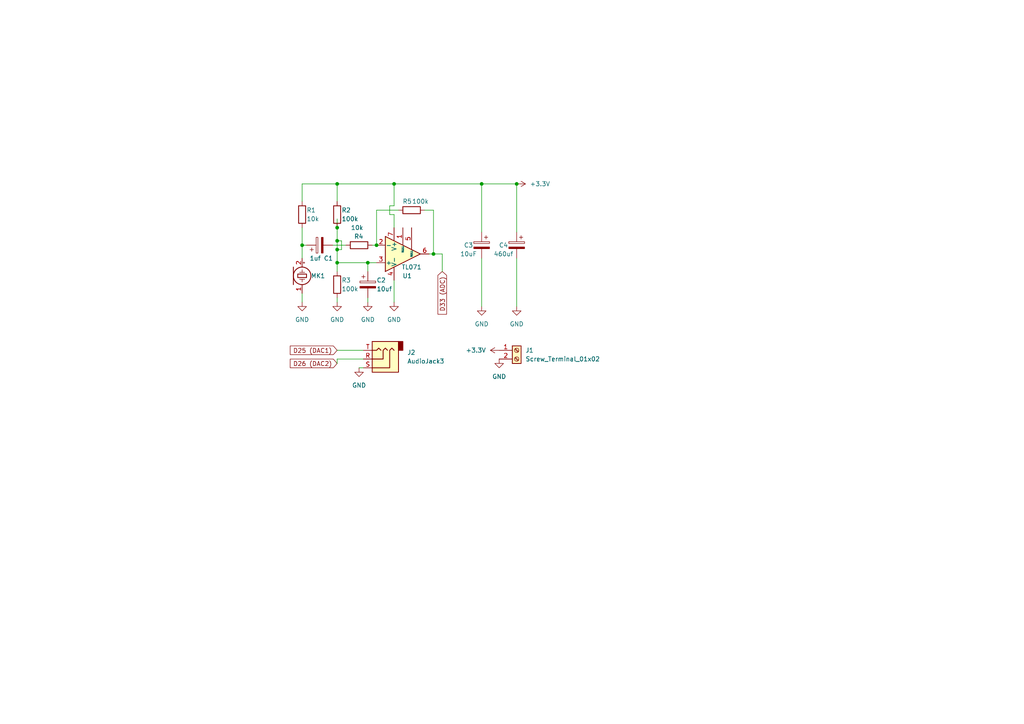
<source format=kicad_sch>
(kicad_sch (version 20230121) (generator eeschema)

  (uuid 3a1454d8-a19a-4c7a-8a96-a790e90932fd)

  (paper "A4")

  (lib_symbols
    (symbol "Amplifier_Operational:TL071" (pin_names (offset 0.127)) (in_bom yes) (on_board yes)
      (property "Reference" "U1" (at 8.89 4.1909 0)
        (effects (font (size 1.27 1.27)))
      )
      (property "Value" "TL071" (at 8.89 1.6509 0)
        (effects (font (size 1.27 1.27)))
      )
      (property "Footprint" "" (at 1.27 1.27 0)
        (effects (font (size 1.27 1.27)) hide)
      )
      (property "Datasheet" "http://www.ti.com/lit/ds/symlink/tl071.pdf" (at 3.81 3.81 0)
        (effects (font (size 1.27 1.27)) hide)
      )
      (property "ki_keywords" "singel opamp" (at 0 0 0)
        (effects (font (size 1.27 1.27)) hide)
      )
      (property "ki_description" "Single Low-Noise JFET-Input Operational Amplifiers, DIP-8/SOIC-8" (at 0 0 0)
        (effects (font (size 1.27 1.27)) hide)
      )
      (property "ki_fp_filters" "SOIC*3.9x4.9mm*P1.27mm* DIP*W7.62mm* TSSOP*3x3mm*P0.65mm*" (at 0 0 0)
        (effects (font (size 1.27 1.27)) hide)
      )
      (symbol "TL071_0_1"
        (polyline
          (pts
            (xy -5.08 5.08)
            (xy 5.08 0)
            (xy -5.08 -5.08)
            (xy -5.08 5.08)
          )
          (stroke (width 0.254) (type default))
          (fill (type background))
        )
      )
      (symbol "TL071_1_1"
        (pin input line (at 0 -7.62 90) (length 5.08)
          (name "NULL" (effects (font (size 0.508 0.508))))
          (number "1" (effects (font (size 1.27 1.27))))
        )
        (pin input line (at -7.62 -2.54 0) (length 2.54)
          (name "-" (effects (font (size 1.27 1.27))))
          (number "2" (effects (font (size 1.27 1.27))))
        )
        (pin input line (at -7.62 2.54 0) (length 2.54)
          (name "+" (effects (font (size 1.27 1.27))))
          (number "3" (effects (font (size 1.27 1.27))))
        )
        (pin power_in line (at -2.54 7.62 270) (length 3.81)
          (name "V-" (effects (font (size 1.27 1.27))))
          (number "4" (effects (font (size 1.27 1.27))))
        )
        (pin input line (at 2.54 -7.62 90) (length 6.35)
          (name "NULL" (effects (font (size 0.508 0.508))))
          (number "5" (effects (font (size 1.27 1.27))))
        )
        (pin output line (at 7.62 0 180) (length 2.54)
          (name "~" (effects (font (size 1.27 1.27))))
          (number "6" (effects (font (size 1.27 1.27))))
        )
        (pin power_in line (at -2.54 -7.62 90) (length 3.81)
          (name "V+" (effects (font (size 1.27 1.27))))
          (number "7" (effects (font (size 1.27 1.27))))
        )
        (pin no_connect line (at 0 2.54 270) (length 2.54) hide
          (name "NC" (effects (font (size 1.27 1.27))))
          (number "8" (effects (font (size 1.27 1.27))))
        )
      )
    )
    (symbol "Connector:Screw_Terminal_01x02" (pin_names (offset 1.016) hide) (in_bom yes) (on_board yes)
      (property "Reference" "J" (at 0 2.54 0)
        (effects (font (size 1.27 1.27)))
      )
      (property "Value" "Screw_Terminal_01x02" (at 0 -5.08 0)
        (effects (font (size 1.27 1.27)))
      )
      (property "Footprint" "" (at 0 0 0)
        (effects (font (size 1.27 1.27)) hide)
      )
      (property "Datasheet" "~" (at 0 0 0)
        (effects (font (size 1.27 1.27)) hide)
      )
      (property "ki_keywords" "screw terminal" (at 0 0 0)
        (effects (font (size 1.27 1.27)) hide)
      )
      (property "ki_description" "Generic screw terminal, single row, 01x02, script generated (kicad-library-utils/schlib/autogen/connector/)" (at 0 0 0)
        (effects (font (size 1.27 1.27)) hide)
      )
      (property "ki_fp_filters" "TerminalBlock*:*" (at 0 0 0)
        (effects (font (size 1.27 1.27)) hide)
      )
      (symbol "Screw_Terminal_01x02_1_1"
        (rectangle (start -1.27 1.27) (end 1.27 -3.81)
          (stroke (width 0.254) (type default))
          (fill (type background))
        )
        (circle (center 0 -2.54) (radius 0.635)
          (stroke (width 0.1524) (type default))
          (fill (type none))
        )
        (polyline
          (pts
            (xy -0.5334 -2.2098)
            (xy 0.3302 -3.048)
          )
          (stroke (width 0.1524) (type default))
          (fill (type none))
        )
        (polyline
          (pts
            (xy -0.5334 0.3302)
            (xy 0.3302 -0.508)
          )
          (stroke (width 0.1524) (type default))
          (fill (type none))
        )
        (polyline
          (pts
            (xy -0.3556 -2.032)
            (xy 0.508 -2.8702)
          )
          (stroke (width 0.1524) (type default))
          (fill (type none))
        )
        (polyline
          (pts
            (xy -0.3556 0.508)
            (xy 0.508 -0.3302)
          )
          (stroke (width 0.1524) (type default))
          (fill (type none))
        )
        (circle (center 0 0) (radius 0.635)
          (stroke (width 0.1524) (type default))
          (fill (type none))
        )
        (pin passive line (at -5.08 0 0) (length 3.81)
          (name "Pin_1" (effects (font (size 1.27 1.27))))
          (number "1" (effects (font (size 1.27 1.27))))
        )
        (pin passive line (at -5.08 -2.54 0) (length 3.81)
          (name "Pin_2" (effects (font (size 1.27 1.27))))
          (number "2" (effects (font (size 1.27 1.27))))
        )
      )
    )
    (symbol "Connector_Audio:AudioJack3" (in_bom yes) (on_board yes)
      (property "Reference" "J" (at 0 8.89 0)
        (effects (font (size 1.27 1.27)))
      )
      (property "Value" "AudioJack3" (at 0 6.35 0)
        (effects (font (size 1.27 1.27)))
      )
      (property "Footprint" "" (at 0 0 0)
        (effects (font (size 1.27 1.27)) hide)
      )
      (property "Datasheet" "~" (at 0 0 0)
        (effects (font (size 1.27 1.27)) hide)
      )
      (property "ki_keywords" "audio jack receptacle stereo headphones phones TRS connector" (at 0 0 0)
        (effects (font (size 1.27 1.27)) hide)
      )
      (property "ki_description" "Audio Jack, 3 Poles (Stereo / TRS)" (at 0 0 0)
        (effects (font (size 1.27 1.27)) hide)
      )
      (property "ki_fp_filters" "Jack*" (at 0 0 0)
        (effects (font (size 1.27 1.27)) hide)
      )
      (symbol "AudioJack3_0_1"
        (rectangle (start -5.08 -5.08) (end -6.35 -2.54)
          (stroke (width 0.254) (type default))
          (fill (type outline))
        )
        (polyline
          (pts
            (xy 0 -2.54)
            (xy 0.635 -3.175)
            (xy 1.27 -2.54)
            (xy 2.54 -2.54)
          )
          (stroke (width 0.254) (type default))
          (fill (type none))
        )
        (polyline
          (pts
            (xy -1.905 -2.54)
            (xy -1.27 -3.175)
            (xy -0.635 -2.54)
            (xy -0.635 0)
            (xy 2.54 0)
          )
          (stroke (width 0.254) (type default))
          (fill (type none))
        )
        (polyline
          (pts
            (xy 2.54 2.54)
            (xy -2.54 2.54)
            (xy -2.54 -2.54)
            (xy -3.175 -3.175)
            (xy -3.81 -2.54)
          )
          (stroke (width 0.254) (type default))
          (fill (type none))
        )
        (rectangle (start 2.54 3.81) (end -5.08 -5.08)
          (stroke (width 0.254) (type default))
          (fill (type background))
        )
      )
      (symbol "AudioJack3_1_1"
        (pin passive line (at 5.08 0 180) (length 2.54)
          (name "~" (effects (font (size 1.27 1.27))))
          (number "R" (effects (font (size 1.27 1.27))))
        )
        (pin passive line (at 5.08 2.54 180) (length 2.54)
          (name "~" (effects (font (size 1.27 1.27))))
          (number "S" (effects (font (size 1.27 1.27))))
        )
        (pin passive line (at 5.08 -2.54 180) (length 2.54)
          (name "~" (effects (font (size 1.27 1.27))))
          (number "T" (effects (font (size 1.27 1.27))))
        )
      )
    )
    (symbol "Device:C_Polarized" (pin_numbers hide) (pin_names (offset 0.254)) (in_bom yes) (on_board yes)
      (property "Reference" "C" (at 0.635 2.54 0)
        (effects (font (size 1.27 1.27)) (justify left))
      )
      (property "Value" "C_Polarized" (at 0.635 -2.54 0)
        (effects (font (size 1.27 1.27)) (justify left))
      )
      (property "Footprint" "" (at 0.9652 -3.81 0)
        (effects (font (size 1.27 1.27)) hide)
      )
      (property "Datasheet" "~" (at 0 0 0)
        (effects (font (size 1.27 1.27)) hide)
      )
      (property "ki_keywords" "cap capacitor" (at 0 0 0)
        (effects (font (size 1.27 1.27)) hide)
      )
      (property "ki_description" "Polarized capacitor" (at 0 0 0)
        (effects (font (size 1.27 1.27)) hide)
      )
      (property "ki_fp_filters" "CP_*" (at 0 0 0)
        (effects (font (size 1.27 1.27)) hide)
      )
      (symbol "C_Polarized_0_1"
        (rectangle (start -2.286 0.508) (end 2.286 1.016)
          (stroke (width 0) (type default))
          (fill (type none))
        )
        (polyline
          (pts
            (xy -1.778 2.286)
            (xy -0.762 2.286)
          )
          (stroke (width 0) (type default))
          (fill (type none))
        )
        (polyline
          (pts
            (xy -1.27 2.794)
            (xy -1.27 1.778)
          )
          (stroke (width 0) (type default))
          (fill (type none))
        )
        (rectangle (start 2.286 -0.508) (end -2.286 -1.016)
          (stroke (width 0) (type default))
          (fill (type outline))
        )
      )
      (symbol "C_Polarized_1_1"
        (pin passive line (at 0 3.81 270) (length 2.794)
          (name "~" (effects (font (size 1.27 1.27))))
          (number "1" (effects (font (size 1.27 1.27))))
        )
        (pin passive line (at 0 -3.81 90) (length 2.794)
          (name "~" (effects (font (size 1.27 1.27))))
          (number "2" (effects (font (size 1.27 1.27))))
        )
      )
    )
    (symbol "Device:Microphone_Crystal" (pin_names (offset 0.0254) hide) (in_bom yes) (on_board yes)
      (property "Reference" "MK" (at -3.81 1.143 0)
        (effects (font (size 1.27 1.27)) (justify right))
      )
      (property "Value" "Microphone_Crystal" (at -3.81 -0.762 0)
        (effects (font (size 1.27 1.27)) (justify right))
      )
      (property "Footprint" "" (at 1.27 -1.778 90)
        (effects (font (size 1.27 1.27)) (justify left) hide)
      )
      (property "Datasheet" "~" (at 0 2.54 90)
        (effects (font (size 1.27 1.27)) hide)
      )
      (property "ki_keywords" "microphone crystal" (at 0 0 0)
        (effects (font (size 1.27 1.27)) hide)
      )
      (property "ki_description" "Crystal microphone" (at 0 0 0)
        (effects (font (size 1.27 1.27)) hide)
      )
      (symbol "Microphone_Crystal_0_1"
        (rectangle (start -1.27 0.508) (end 1.27 -0.508)
          (stroke (width 0.254) (type default))
          (fill (type none))
        )
        (polyline
          (pts
            (xy -2.54 2.54)
            (xy -2.54 -2.54)
          )
          (stroke (width 0.254) (type default))
          (fill (type none))
        )
        (polyline
          (pts
            (xy -0.762 -1.016)
            (xy 0.762 -1.016)
          )
          (stroke (width 0) (type default))
          (fill (type none))
        )
        (polyline
          (pts
            (xy -0.762 1.016)
            (xy 0.762 1.016)
          )
          (stroke (width 0) (type default))
          (fill (type none))
        )
        (polyline
          (pts
            (xy 0 -1.016)
            (xy 0 -1.778)
          )
          (stroke (width 0) (type default))
          (fill (type none))
        )
        (polyline
          (pts
            (xy 0 1.016)
            (xy 0 1.778)
          )
          (stroke (width 0) (type default))
          (fill (type none))
        )
        (polyline
          (pts
            (xy 0.254 3.81)
            (xy 0.762 3.81)
          )
          (stroke (width 0) (type default))
          (fill (type none))
        )
        (polyline
          (pts
            (xy 0.508 4.064)
            (xy 0.508 3.556)
          )
          (stroke (width 0) (type default))
          (fill (type none))
        )
        (circle (center 0 0) (radius 2.54)
          (stroke (width 0.254) (type default))
          (fill (type none))
        )
      )
      (symbol "Microphone_Crystal_1_1"
        (pin passive line (at 0 -5.08 90) (length 2.54)
          (name "-" (effects (font (size 1.27 1.27))))
          (number "1" (effects (font (size 1.27 1.27))))
        )
        (pin passive line (at 0 5.08 270) (length 2.54)
          (name "+" (effects (font (size 1.27 1.27))))
          (number "2" (effects (font (size 1.27 1.27))))
        )
      )
    )
    (symbol "Device:R" (pin_numbers hide) (pin_names (offset 0)) (in_bom yes) (on_board yes)
      (property "Reference" "R" (at 2.032 0 90)
        (effects (font (size 1.27 1.27)))
      )
      (property "Value" "R" (at 0 0 90)
        (effects (font (size 1.27 1.27)))
      )
      (property "Footprint" "" (at -1.778 0 90)
        (effects (font (size 1.27 1.27)) hide)
      )
      (property "Datasheet" "~" (at 0 0 0)
        (effects (font (size 1.27 1.27)) hide)
      )
      (property "ki_keywords" "R res resistor" (at 0 0 0)
        (effects (font (size 1.27 1.27)) hide)
      )
      (property "ki_description" "Resistor" (at 0 0 0)
        (effects (font (size 1.27 1.27)) hide)
      )
      (property "ki_fp_filters" "R_*" (at 0 0 0)
        (effects (font (size 1.27 1.27)) hide)
      )
      (symbol "R_0_1"
        (rectangle (start -1.016 -2.54) (end 1.016 2.54)
          (stroke (width 0.254) (type default))
          (fill (type none))
        )
      )
      (symbol "R_1_1"
        (pin passive line (at 0 3.81 270) (length 1.27)
          (name "~" (effects (font (size 1.27 1.27))))
          (number "1" (effects (font (size 1.27 1.27))))
        )
        (pin passive line (at 0 -3.81 90) (length 1.27)
          (name "~" (effects (font (size 1.27 1.27))))
          (number "2" (effects (font (size 1.27 1.27))))
        )
      )
    )
    (symbol "power:+3.3V" (power) (pin_names (offset 0)) (in_bom yes) (on_board yes)
      (property "Reference" "#PWR" (at 0 -3.81 0)
        (effects (font (size 1.27 1.27)) hide)
      )
      (property "Value" "+3.3V" (at 0 3.556 0)
        (effects (font (size 1.27 1.27)))
      )
      (property "Footprint" "" (at 0 0 0)
        (effects (font (size 1.27 1.27)) hide)
      )
      (property "Datasheet" "" (at 0 0 0)
        (effects (font (size 1.27 1.27)) hide)
      )
      (property "ki_keywords" "global power" (at 0 0 0)
        (effects (font (size 1.27 1.27)) hide)
      )
      (property "ki_description" "Power symbol creates a global label with name \"+3.3V\"" (at 0 0 0)
        (effects (font (size 1.27 1.27)) hide)
      )
      (symbol "+3.3V_0_1"
        (polyline
          (pts
            (xy -0.762 1.27)
            (xy 0 2.54)
          )
          (stroke (width 0) (type default))
          (fill (type none))
        )
        (polyline
          (pts
            (xy 0 0)
            (xy 0 2.54)
          )
          (stroke (width 0) (type default))
          (fill (type none))
        )
        (polyline
          (pts
            (xy 0 2.54)
            (xy 0.762 1.27)
          )
          (stroke (width 0) (type default))
          (fill (type none))
        )
      )
      (symbol "+3.3V_1_1"
        (pin power_in line (at 0 0 90) (length 0) hide
          (name "+3.3V" (effects (font (size 1.27 1.27))))
          (number "1" (effects (font (size 1.27 1.27))))
        )
      )
    )
    (symbol "power:GND" (power) (pin_names (offset 0)) (in_bom yes) (on_board yes)
      (property "Reference" "#PWR" (at 0 -6.35 0)
        (effects (font (size 1.27 1.27)) hide)
      )
      (property "Value" "GND" (at 0 -3.81 0)
        (effects (font (size 1.27 1.27)))
      )
      (property "Footprint" "" (at 0 0 0)
        (effects (font (size 1.27 1.27)) hide)
      )
      (property "Datasheet" "" (at 0 0 0)
        (effects (font (size 1.27 1.27)) hide)
      )
      (property "ki_keywords" "global power" (at 0 0 0)
        (effects (font (size 1.27 1.27)) hide)
      )
      (property "ki_description" "Power symbol creates a global label with name \"GND\" , ground" (at 0 0 0)
        (effects (font (size 1.27 1.27)) hide)
      )
      (symbol "GND_0_1"
        (polyline
          (pts
            (xy 0 0)
            (xy 0 -1.27)
            (xy 1.27 -1.27)
            (xy 0 -2.54)
            (xy -1.27 -1.27)
            (xy 0 -1.27)
          )
          (stroke (width 0) (type default))
          (fill (type none))
        )
      )
      (symbol "GND_1_1"
        (pin power_in line (at 0 0 270) (length 0) hide
          (name "GND" (effects (font (size 1.27 1.27))))
          (number "1" (effects (font (size 1.27 1.27))))
        )
      )
    )
  )

  (junction (at 149.86 53.34) (diameter 0) (color 0 0 0 0)
    (uuid 133bb81b-81fb-4c53-96a0-3c3e691bb7a8)
  )
  (junction (at 87.63 71.12) (diameter 0) (color 0 0 0 0)
    (uuid 2261147b-b73b-4836-9e80-661349b97cc8)
  )
  (junction (at 97.79 53.34) (diameter 0) (color 0 0 0 0)
    (uuid 4b80ace0-d022-4b98-ae32-88a0533cb039)
  )
  (junction (at 97.79 72.39) (diameter 0) (color 0 0 0 0)
    (uuid 59b121f3-ddde-46f0-93dc-745cd8613191)
  )
  (junction (at 109.22 71.12) (diameter 0) (color 0 0 0 0)
    (uuid 5a72d42f-e616-4987-af88-bdc2ebafaeda)
  )
  (junction (at 97.79 66.04) (diameter 0) (color 0 0 0 0)
    (uuid 71475053-71c1-41c9-832e-055bf181a3fd)
  )
  (junction (at 106.68 76.2) (diameter 0) (color 0 0 0 0)
    (uuid 71e7bd7c-0570-4ad3-b6e0-726b3cec5502)
  )
  (junction (at 97.79 76.2) (diameter 0) (color 0 0 0 0)
    (uuid 8453e90c-d941-4758-981e-ebc7ef9062da)
  )
  (junction (at 125.73 73.66) (diameter 0) (color 0 0 0 0)
    (uuid d20f2860-31e5-418c-a6f5-1d3cfb33e275)
  )
  (junction (at 139.7 53.34) (diameter 0) (color 0 0 0 0)
    (uuid d8f10147-4817-41e5-b1f9-2872350230e2)
  )
  (junction (at 97.79 69.85) (diameter 0) (color 0 0 0 0)
    (uuid ef5cab29-0a65-43e2-85a7-7f3d88ba9618)
  )
  (junction (at 114.3 53.34) (diameter 0) (color 0 0 0 0)
    (uuid f3eaa5d5-cd0a-4c33-a328-bebdc87b0e0c)
  )

  (wire (pts (xy 109.22 60.96) (xy 109.22 71.12))
    (stroke (width 0) (type default))
    (uuid 0316e515-2415-4647-b179-85df6e9cec3a)
  )
  (wire (pts (xy 99.06 69.85) (xy 97.79 69.85))
    (stroke (width 0) (type default))
    (uuid 0e01af6e-06ec-4fc8-a311-f799f5f1cbfd)
  )
  (wire (pts (xy 87.63 53.34) (xy 97.79 53.34))
    (stroke (width 0) (type default))
    (uuid 0f9260fc-037c-4504-9882-4e855876fbd6)
  )
  (wire (pts (xy 97.79 66.04) (xy 97.79 69.85))
    (stroke (width 0) (type default))
    (uuid 139864d6-3669-49fd-9302-c3edd92bcfc1)
  )
  (wire (pts (xy 139.7 53.34) (xy 149.86 53.34))
    (stroke (width 0) (type default))
    (uuid 18d82ab8-a39d-4d4a-8555-cd126a18ecca)
  )
  (wire (pts (xy 114.3 66.04) (xy 114.3 62.23))
    (stroke (width 0) (type default))
    (uuid 1e560ae7-0b32-4769-b90f-a9c143159086)
  )
  (wire (pts (xy 149.86 74.93) (xy 149.86 88.9))
    (stroke (width 0) (type default))
    (uuid 2cbaed8b-4f27-418b-b240-4633ac9ab6ca)
  )
  (wire (pts (xy 97.79 76.2) (xy 106.68 76.2))
    (stroke (width 0) (type default))
    (uuid 357a46e5-c8e7-4445-96d9-60e464fd693f)
  )
  (wire (pts (xy 128.27 73.66) (xy 125.73 73.66))
    (stroke (width 0) (type default))
    (uuid 3e6f7690-c65c-41db-b295-5f3d656ff1b9)
  )
  (wire (pts (xy 87.63 71.12) (xy 87.63 74.93))
    (stroke (width 0) (type default))
    (uuid 4c45b73c-7823-44e5-aa23-ff1190db7d0c)
  )
  (wire (pts (xy 115.57 60.96) (xy 109.22 60.96))
    (stroke (width 0) (type default))
    (uuid 4d09d783-fead-4f8c-b6a4-c7bcbbfeed9d)
  )
  (wire (pts (xy 125.73 73.66) (xy 124.46 73.66))
    (stroke (width 0) (type default))
    (uuid 50f09218-c38b-4719-b06c-2ba034c6f3b4)
  )
  (wire (pts (xy 125.73 60.96) (xy 125.73 73.66))
    (stroke (width 0) (type default))
    (uuid 5228a452-8707-40c1-8d23-9cd71599911c)
  )
  (wire (pts (xy 97.79 76.2) (xy 97.79 78.74))
    (stroke (width 0) (type default))
    (uuid 5425d2cd-5125-4d41-a207-ef4b4a844e16)
  )
  (wire (pts (xy 96.52 71.12) (xy 100.33 71.12))
    (stroke (width 0) (type default))
    (uuid 59058e37-33e3-415c-b170-ad5041eca9a1)
  )
  (wire (pts (xy 104.14 106.68) (xy 105.41 106.68))
    (stroke (width 0) (type default))
    (uuid 5ee6961c-fae2-465c-b443-769600460ad2)
  )
  (wire (pts (xy 106.68 86.36) (xy 106.68 87.63))
    (stroke (width 0) (type default))
    (uuid 604bf2a2-fec6-46c2-9220-044b4916648c)
  )
  (wire (pts (xy 97.79 72.39) (xy 99.06 72.39))
    (stroke (width 0) (type default))
    (uuid 64fecde7-6000-4511-a176-e395df515f00)
  )
  (wire (pts (xy 99.06 72.39) (xy 99.06 69.85))
    (stroke (width 0) (type default))
    (uuid 6e155667-53f3-4d70-9335-dbad72f6db5e)
  )
  (wire (pts (xy 139.7 53.34) (xy 139.7 67.31))
    (stroke (width 0) (type default))
    (uuid 6f63e169-8e16-4384-9492-94b14030b635)
  )
  (wire (pts (xy 114.3 53.34) (xy 139.7 53.34))
    (stroke (width 0) (type default))
    (uuid 72f14eff-1d0f-45e2-af0e-6ce58e71a22c)
  )
  (wire (pts (xy 97.79 53.34) (xy 114.3 53.34))
    (stroke (width 0) (type default))
    (uuid 739e0470-550f-4faf-8f9d-c5ab2b61c3e8)
  )
  (wire (pts (xy 114.3 81.28) (xy 114.3 87.63))
    (stroke (width 0) (type default))
    (uuid 7436c17e-4c08-463a-b08f-15cdf0d88713)
  )
  (wire (pts (xy 97.79 101.6) (xy 105.41 101.6))
    (stroke (width 0) (type default))
    (uuid 77b10f41-ee07-40b5-8812-821a156b285c)
  )
  (wire (pts (xy 97.79 105.41) (xy 97.79 104.14))
    (stroke (width 0) (type default))
    (uuid 7d1601d8-6ff9-431d-b081-8c0c8298eb46)
  )
  (wire (pts (xy 128.27 73.66) (xy 128.27 78.74))
    (stroke (width 0) (type default))
    (uuid 827a2a79-8363-4ff6-a4c3-1e3731aec599)
  )
  (wire (pts (xy 123.19 60.96) (xy 125.73 60.96))
    (stroke (width 0) (type default))
    (uuid 83dde357-70d2-44af-81d4-33ad4a94f842)
  )
  (wire (pts (xy 97.79 76.2) (xy 97.79 72.39))
    (stroke (width 0) (type default))
    (uuid 8a858356-4410-41ef-ad11-f3d2dee2418a)
  )
  (wire (pts (xy 106.68 76.2) (xy 106.68 78.74))
    (stroke (width 0) (type default))
    (uuid 8e6b92e2-0c45-47fc-9c56-5538a400bdc7)
  )
  (wire (pts (xy 139.7 74.93) (xy 139.7 88.9))
    (stroke (width 0) (type default))
    (uuid 93674ff2-3901-4f1e-af6b-76649ab55c7b)
  )
  (wire (pts (xy 106.68 76.2) (xy 109.22 76.2))
    (stroke (width 0) (type default))
    (uuid 95ab229f-1625-46f5-96a4-145b8c2ead2d)
  )
  (wire (pts (xy 88.9 71.12) (xy 87.63 71.12))
    (stroke (width 0) (type default))
    (uuid 9cc93cdb-a201-408a-afae-8b8fbef75605)
  )
  (wire (pts (xy 107.95 71.12) (xy 109.22 71.12))
    (stroke (width 0) (type default))
    (uuid a84a7392-0c4c-4706-b315-0fce6f6ae265)
  )
  (wire (pts (xy 114.3 62.23) (xy 113.03 62.23))
    (stroke (width 0) (type default))
    (uuid adf8f5d2-373b-43e7-be34-2dc461219fe1)
  )
  (wire (pts (xy 97.79 104.14) (xy 105.41 104.14))
    (stroke (width 0) (type default))
    (uuid ae3908e0-eba9-462c-a5b9-d9788914250a)
  )
  (wire (pts (xy 97.79 86.36) (xy 97.79 87.63))
    (stroke (width 0) (type default))
    (uuid b3b469c4-4d0c-4c37-9f67-6315103eb60f)
  )
  (wire (pts (xy 114.3 59.69) (xy 114.3 53.34))
    (stroke (width 0) (type default))
    (uuid b57f00ff-e2fd-4c4e-9870-27a85034c75d)
  )
  (wire (pts (xy 97.79 53.34) (xy 97.79 58.42))
    (stroke (width 0) (type default))
    (uuid c19e549a-b626-4f69-a842-30df3ec956a4)
  )
  (wire (pts (xy 87.63 71.12) (xy 87.63 66.04))
    (stroke (width 0) (type default))
    (uuid c3a3152a-f5cc-48fc-ad63-1abbfaf42dea)
  )
  (wire (pts (xy 113.03 62.23) (xy 113.03 59.69))
    (stroke (width 0) (type default))
    (uuid c461a442-fcfd-4dcd-90cc-44c6cfb0021a)
  )
  (wire (pts (xy 87.63 85.09) (xy 87.63 87.63))
    (stroke (width 0) (type default))
    (uuid c6d31db0-9b41-4256-a01c-d9bb80a7e0b6)
  )
  (wire (pts (xy 113.03 59.69) (xy 114.3 59.69))
    (stroke (width 0) (type default))
    (uuid c8aa858a-cdfd-4513-b0e7-95b6b6cc4234)
  )
  (wire (pts (xy 87.63 58.42) (xy 87.63 53.34))
    (stroke (width 0) (type default))
    (uuid c9607ac4-95b4-4fc2-b75e-e23ab192e83d)
  )
  (wire (pts (xy 97.79 69.85) (xy 97.79 72.39))
    (stroke (width 0) (type default))
    (uuid ee84b828-22c1-492b-b505-b0f1f626ddb3)
  )
  (wire (pts (xy 149.86 53.34) (xy 149.86 67.31))
    (stroke (width 0) (type default))
    (uuid ef07a4dd-6cc6-4f7d-a931-82520e181f98)
  )
  (wire (pts (xy 97.79 63.5) (xy 97.79 66.04))
    (stroke (width 0) (type default))
    (uuid fd0e8824-d6ff-4659-9fca-151528fcfdf8)
  )

  (global_label "D25 (DAC1)" (shape input) (at 97.79 101.6 180) (fields_autoplaced)
    (effects (font (size 1.27 1.27)) (justify right))
    (uuid 2472a884-8b66-4195-a911-d3cbbc6fca91)
    (property "Intersheetrefs" "${INTERSHEET_REFS}" (at 83.6167 101.6 0)
      (effects (font (size 1.27 1.27)) (justify right) hide)
    )
  )
  (global_label "D33 (ADC)" (shape input) (at 128.27 78.74 270) (fields_autoplaced)
    (effects (font (size 1.27 1.27)) (justify right))
    (uuid 411478a4-6838-4a41-a134-256ec0802112)
    (property "Intersheetrefs" "${INTERSHEET_REFS}" (at 128.27 91.7038 90)
      (effects (font (size 1.27 1.27)) (justify right) hide)
    )
  )
  (global_label "D26 (DAC2)" (shape input) (at 97.79 105.41 180) (fields_autoplaced)
    (effects (font (size 1.27 1.27)) (justify right))
    (uuid dfde86a9-ca5a-40e6-8ac0-f6fd9a8f774b)
    (property "Intersheetrefs" "${INTERSHEET_REFS}" (at 83.6167 105.41 0)
      (effects (font (size 1.27 1.27)) (justify right) hide)
    )
  )

  (symbol (lib_id "Device:R") (at 119.38 60.96 90) (unit 1)
    (in_bom yes) (on_board yes) (dnp no)
    (uuid 0ba89de9-cd67-43e6-b88b-418c7426827b)
    (property "Reference" "R3" (at 118.11 58.42 90)
      (effects (font (size 1.27 1.27)))
    )
    (property "Value" "100k" (at 121.92 58.42 90)
      (effects (font (size 1.27 1.27)))
    )
    (property "Footprint" "Resistor_THT:R_Axial_DIN0309_L9.0mm_D3.2mm_P15.24mm_Horizontal" (at 119.38 62.738 90)
      (effects (font (size 1.27 1.27)) hide)
    )
    (property "Datasheet" "~" (at 119.38 60.96 0)
      (effects (font (size 1.27 1.27)) hide)
    )
    (pin "1" (uuid ccf4d4e0-0357-448a-ab3b-3110842fc831))
    (pin "2" (uuid 9ec4a06d-c89a-48cf-a556-3e09e4b5f402))
    (instances
      (project "mother"
        (path "/22f1df6f-bdc6-492e-85a1-056c64eb0901"
          (reference "R3") (unit 1)
        )
      )
      (project "mother esp32 DEFIN"
        (path "/3a1454d8-a19a-4c7a-8a96-a790e90932fd"
          (reference "R5") (unit 1)
        )
      )
    )
  )

  (symbol (lib_id "Device:Microphone_Crystal") (at 87.63 80.01 0) (unit 1)
    (in_bom yes) (on_board yes) (dnp no)
    (uuid 14628151-c9f3-4dab-884e-82d61dfc224b)
    (property "Reference" "MK1" (at 90.17 80.01 0)
      (effects (font (size 1.27 1.27)) (justify left))
    )
    (property "Value" "Microphone" (at 73.66 81.28 0)
      (effects (font (size 1.27 1.27)) (justify left) hide)
    )
    (property "Footprint" "Connector_PinHeader_2.54mm:PinHeader_1x02_P2.54mm_Vertical" (at 88.9 81.788 90)
      (effects (font (size 1.27 1.27)) (justify left) hide)
    )
    (property "Datasheet" "~" (at 87.63 77.47 90)
      (effects (font (size 1.27 1.27)) hide)
    )
    (pin "1" (uuid 911ac34f-5b9e-405a-8c57-22a03bf3bde4))
    (pin "2" (uuid 1d64839e-9403-4506-809f-d6b43c01e1bb))
    (instances
      (project "mother"
        (path "/22f1df6f-bdc6-492e-85a1-056c64eb0901"
          (reference "MK1") (unit 1)
        )
      )
      (project "electret-microphone-amplifier"
        (path "/37420d20-fe87-4a47-bd12-b140584e9df6"
          (reference "MK1") (unit 1)
        )
      )
      (project "mother esp32 DEFIN"
        (path "/3a1454d8-a19a-4c7a-8a96-a790e90932fd"
          (reference "MK1") (unit 1)
        )
      )
    )
  )

  (symbol (lib_id "power:GND") (at 144.78 104.14 0) (unit 1)
    (in_bom yes) (on_board yes) (dnp no) (fields_autoplaced)
    (uuid 425a9364-eed2-42ea-a297-432f30daacdf)
    (property "Reference" "#PWR017" (at 144.78 110.49 0)
      (effects (font (size 1.27 1.27)) hide)
    )
    (property "Value" "GND" (at 144.78 109.22 0)
      (effects (font (size 1.27 1.27)))
    )
    (property "Footprint" "" (at 144.78 104.14 0)
      (effects (font (size 1.27 1.27)) hide)
    )
    (property "Datasheet" "" (at 144.78 104.14 0)
      (effects (font (size 1.27 1.27)) hide)
    )
    (pin "1" (uuid b0c6c199-dcfd-4a16-b6cd-ecc174cfe247))
    (instances
      (project "mother"
        (path "/22f1df6f-bdc6-492e-85a1-056c64eb0901"
          (reference "#PWR017") (unit 1)
        )
      )
      (project "mother esp32 DEFIN"
        (path "/3a1454d8-a19a-4c7a-8a96-a790e90932fd"
          (reference "#PWR09") (unit 1)
        )
      )
    )
  )

  (symbol (lib_id "power:GND") (at 106.68 87.63 0) (unit 1)
    (in_bom yes) (on_board yes) (dnp no) (fields_autoplaced)
    (uuid 56c8330a-278d-4f54-bd0f-e0be3f8100ea)
    (property "Reference" "#PWR04" (at 106.68 93.98 0)
      (effects (font (size 1.27 1.27)) hide)
    )
    (property "Value" "GND" (at 106.68 92.71 0)
      (effects (font (size 1.27 1.27)))
    )
    (property "Footprint" "" (at 106.68 87.63 0)
      (effects (font (size 1.27 1.27)) hide)
    )
    (property "Datasheet" "" (at 106.68 87.63 0)
      (effects (font (size 1.27 1.27)) hide)
    )
    (pin "1" (uuid 27e18693-eb7a-44f0-bfdf-a92d9b3fa127))
    (instances
      (project "mother"
        (path "/22f1df6f-bdc6-492e-85a1-056c64eb0901"
          (reference "#PWR04") (unit 1)
        )
      )
      (project "mother esp32 DEFIN"
        (path "/3a1454d8-a19a-4c7a-8a96-a790e90932fd"
          (reference "#PWR03") (unit 1)
        )
      )
    )
  )

  (symbol (lib_id "Device:C_Polarized") (at 92.71 71.12 90) (unit 1)
    (in_bom yes) (on_board yes) (dnp no)
    (uuid 60956060-fa9b-4c2f-9b06-4ddbc7d7c4c3)
    (property "Reference" "C1" (at 95.25 74.93 90)
      (effects (font (size 1.27 1.27)))
    )
    (property "Value" "1uf" (at 91.44 74.93 90)
      (effects (font (size 1.27 1.27)))
    )
    (property "Footprint" "Capacitor_THT:CP_Radial_D8.0mm_P5.00mm" (at 96.52 70.1548 0)
      (effects (font (size 1.27 1.27)) hide)
    )
    (property "Datasheet" "~" (at 92.71 71.12 0)
      (effects (font (size 1.27 1.27)) hide)
    )
    (pin "1" (uuid b1987b7e-401d-48af-8671-ae796f0aa0b9))
    (pin "2" (uuid 0fad919d-0ede-400a-be29-cdd2260bfe4d))
    (instances
      (project "mother"
        (path "/22f1df6f-bdc6-492e-85a1-056c64eb0901"
          (reference "C1") (unit 1)
        )
      )
      (project "mother esp32 DEFIN"
        (path "/3a1454d8-a19a-4c7a-8a96-a790e90932fd"
          (reference "C1") (unit 1)
        )
      )
    )
  )

  (symbol (lib_id "Connector:Screw_Terminal_01x02") (at 149.86 101.6 0) (unit 1)
    (in_bom yes) (on_board yes) (dnp no) (fields_autoplaced)
    (uuid 60bb07fd-34e4-4799-b375-6c0180ae5364)
    (property "Reference" "J2" (at 152.4 101.6 0)
      (effects (font (size 1.27 1.27)) (justify left))
    )
    (property "Value" "Screw_Terminal_01x02" (at 152.4 104.14 0)
      (effects (font (size 1.27 1.27)) (justify left))
    )
    (property "Footprint" "TerminalBlock:TerminalBlock_Altech_AK300-2_P5.00mm" (at 149.86 101.6 0)
      (effects (font (size 1.27 1.27)) hide)
    )
    (property "Datasheet" "~" (at 149.86 101.6 0)
      (effects (font (size 1.27 1.27)) hide)
    )
    (pin "1" (uuid 5b888cb3-31c9-4089-98c9-761b865a7911))
    (pin "2" (uuid 9a7c1950-0863-4e64-958d-50a86ed6c99c))
    (instances
      (project "mother"
        (path "/22f1df6f-bdc6-492e-85a1-056c64eb0901"
          (reference "J2") (unit 1)
        )
      )
      (project "mother esp32 DEFIN"
        (path "/3a1454d8-a19a-4c7a-8a96-a790e90932fd"
          (reference "J1") (unit 1)
        )
      )
    )
  )

  (symbol (lib_id "power:GND") (at 139.7 88.9 0) (unit 1)
    (in_bom yes) (on_board yes) (dnp no) (fields_autoplaced)
    (uuid 68c23bc5-7bad-47d4-95c8-f1efde61a441)
    (property "Reference" "#PWR02" (at 139.7 95.25 0)
      (effects (font (size 1.27 1.27)) hide)
    )
    (property "Value" "GND" (at 139.7 93.98 0)
      (effects (font (size 1.27 1.27)))
    )
    (property "Footprint" "" (at 139.7 88.9 0)
      (effects (font (size 1.27 1.27)) hide)
    )
    (property "Datasheet" "" (at 139.7 88.9 0)
      (effects (font (size 1.27 1.27)) hide)
    )
    (pin "1" (uuid 5e34c3cf-c8b1-4345-8f95-165f9421fe33))
    (instances
      (project "mother"
        (path "/22f1df6f-bdc6-492e-85a1-056c64eb0901"
          (reference "#PWR02") (unit 1)
        )
      )
      (project "mother esp32 DEFIN"
        (path "/3a1454d8-a19a-4c7a-8a96-a790e90932fd"
          (reference "#PWR05") (unit 1)
        )
      )
    )
  )

  (symbol (lib_id "Device:R") (at 87.63 62.23 0) (unit 1)
    (in_bom yes) (on_board yes) (dnp no)
    (uuid 68fc18d9-10ac-4e20-9a5c-43d7114d38bd)
    (property "Reference" "R1" (at 88.9 60.96 0)
      (effects (font (size 1.27 1.27)) (justify left))
    )
    (property "Value" "10k" (at 88.9 63.5 0)
      (effects (font (size 1.27 1.27)) (justify left))
    )
    (property "Footprint" "Resistor_THT:R_Axial_DIN0309_L9.0mm_D3.2mm_P15.24mm_Horizontal" (at 85.852 62.23 90)
      (effects (font (size 1.27 1.27)) hide)
    )
    (property "Datasheet" "~" (at 87.63 62.23 0)
      (effects (font (size 1.27 1.27)) hide)
    )
    (pin "1" (uuid a22b46ac-ff2a-4634-b5d1-3295ace99198))
    (pin "2" (uuid dab0d4cf-99fe-4dd1-a0e6-04a5cc9b2931))
    (instances
      (project "mother"
        (path "/22f1df6f-bdc6-492e-85a1-056c64eb0901"
          (reference "R1") (unit 1)
        )
      )
      (project "mother esp32 DEFIN"
        (path "/3a1454d8-a19a-4c7a-8a96-a790e90932fd"
          (reference "R1") (unit 1)
        )
      )
    )
  )

  (symbol (lib_id "Device:C_Polarized") (at 106.68 82.55 0) (unit 1)
    (in_bom yes) (on_board yes) (dnp no)
    (uuid 6c548fcc-c0fe-4bae-817c-61142087257c)
    (property "Reference" "C2" (at 109.22 81.28 0)
      (effects (font (size 1.27 1.27)) (justify left))
    )
    (property "Value" "10uf" (at 109.22 83.82 0)
      (effects (font (size 1.27 1.27)) (justify left))
    )
    (property "Footprint" "Capacitor_THT:CP_Radial_D8.0mm_P5.00mm" (at 107.6452 86.36 0)
      (effects (font (size 1.27 1.27)) hide)
    )
    (property "Datasheet" "~" (at 106.68 82.55 0)
      (effects (font (size 1.27 1.27)) hide)
    )
    (pin "1" (uuid 551576e9-54da-4f8b-8f6a-449f31b96b87))
    (pin "2" (uuid 83edbc16-1d4d-4750-b866-c2ac89f380c0))
    (instances
      (project "mother"
        (path "/22f1df6f-bdc6-492e-85a1-056c64eb0901"
          (reference "C2") (unit 1)
        )
      )
      (project "mother esp32 DEFIN"
        (path "/3a1454d8-a19a-4c7a-8a96-a790e90932fd"
          (reference "C2") (unit 1)
        )
      )
    )
  )

  (symbol (lib_id "power:GND") (at 97.79 87.63 0) (unit 1)
    (in_bom yes) (on_board yes) (dnp no) (fields_autoplaced)
    (uuid 6d1fcd22-7ad4-485e-9b7d-54a4e88082b5)
    (property "Reference" "#PWR03" (at 97.79 93.98 0)
      (effects (font (size 1.27 1.27)) hide)
    )
    (property "Value" "GND" (at 97.79 92.71 0)
      (effects (font (size 1.27 1.27)))
    )
    (property "Footprint" "" (at 97.79 87.63 0)
      (effects (font (size 1.27 1.27)) hide)
    )
    (property "Datasheet" "" (at 97.79 87.63 0)
      (effects (font (size 1.27 1.27)) hide)
    )
    (pin "1" (uuid 264f82da-7e87-48d3-a859-66f76dc06927))
    (instances
      (project "mother"
        (path "/22f1df6f-bdc6-492e-85a1-056c64eb0901"
          (reference "#PWR03") (unit 1)
        )
      )
      (project "mother esp32 DEFIN"
        (path "/3a1454d8-a19a-4c7a-8a96-a790e90932fd"
          (reference "#PWR02") (unit 1)
        )
      )
    )
  )

  (symbol (lib_id "Device:R") (at 104.14 71.12 90) (unit 1)
    (in_bom yes) (on_board yes) (dnp no)
    (uuid 755c7336-7cd8-4058-bef3-7755f19fa8ab)
    (property "Reference" "R5" (at 105.41 68.58 90)
      (effects (font (size 1.27 1.27)) (justify left))
    )
    (property "Value" "10k" (at 105.41 66.04 90)
      (effects (font (size 1.27 1.27)) (justify left))
    )
    (property "Footprint" "Resistor_THT:R_Axial_DIN0309_L9.0mm_D3.2mm_P15.24mm_Horizontal" (at 104.14 72.898 90)
      (effects (font (size 1.27 1.27)) hide)
    )
    (property "Datasheet" "~" (at 104.14 71.12 0)
      (effects (font (size 1.27 1.27)) hide)
    )
    (pin "1" (uuid cf789d1e-2178-4166-af9a-1937fbf08271))
    (pin "2" (uuid 91f5a1a0-0554-4a9e-a3a1-eb74d0c0d069))
    (instances
      (project "mother"
        (path "/22f1df6f-bdc6-492e-85a1-056c64eb0901"
          (reference "R5") (unit 1)
        )
      )
      (project "mother esp32 DEFIN"
        (path "/3a1454d8-a19a-4c7a-8a96-a790e90932fd"
          (reference "R4") (unit 1)
        )
      )
    )
  )

  (symbol (lib_id "Device:C_Polarized") (at 149.86 71.12 0) (mirror y) (unit 1)
    (in_bom yes) (on_board yes) (dnp no)
    (uuid 77a0b702-5a2e-45ef-8672-2ede40fbcdea)
    (property "Reference" "C4" (at 146.05 71.12 0)
      (effects (font (size 1.27 1.27)))
    )
    (property "Value" "460uf" (at 146.05 73.66 0)
      (effects (font (size 1.27 1.27)))
    )
    (property "Footprint" "Capacitor_THT:CP_Radial_D8.0mm_P5.00mm" (at 148.8948 74.93 0)
      (effects (font (size 1.27 1.27)) hide)
    )
    (property "Datasheet" "~" (at 149.86 71.12 0)
      (effects (font (size 1.27 1.27)) hide)
    )
    (pin "1" (uuid cfd01895-6afa-44bc-830d-4f173846aa76))
    (pin "2" (uuid 88f723be-7ff6-4444-a490-3ad2c599f67a))
    (instances
      (project "mother"
        (path "/22f1df6f-bdc6-492e-85a1-056c64eb0901"
          (reference "C4") (unit 1)
        )
      )
      (project "mother esp32 DEFIN"
        (path "/3a1454d8-a19a-4c7a-8a96-a790e90932fd"
          (reference "C4") (unit 1)
        )
      )
    )
  )

  (symbol (lib_id "power:+3.3V") (at 149.86 53.34 270) (unit 1)
    (in_bom yes) (on_board yes) (dnp no) (fields_autoplaced)
    (uuid 7d2d12d5-2d90-4c1d-81a3-cd0f3e9b7cf1)
    (property "Reference" "#PWR06" (at 146.05 53.34 0)
      (effects (font (size 1.27 1.27)) hide)
    )
    (property "Value" "+3.3V" (at 153.67 53.34 90)
      (effects (font (size 1.27 1.27)) (justify left))
    )
    (property "Footprint" "" (at 149.86 53.34 0)
      (effects (font (size 1.27 1.27)) hide)
    )
    (property "Datasheet" "" (at 149.86 53.34 0)
      (effects (font (size 1.27 1.27)) hide)
    )
    (pin "1" (uuid 37d56882-0b3a-4132-a522-5301d09c7eea))
    (instances
      (project "mother"
        (path "/22f1df6f-bdc6-492e-85a1-056c64eb0901"
          (reference "#PWR06") (unit 1)
        )
      )
      (project "mother esp32 DEFIN"
        (path "/3a1454d8-a19a-4c7a-8a96-a790e90932fd"
          (reference "#PWR06") (unit 1)
        )
      )
    )
  )

  (symbol (lib_id "power:GND") (at 104.14 106.68 0) (unit 1)
    (in_bom yes) (on_board yes) (dnp no) (fields_autoplaced)
    (uuid 85d92c5a-9aca-41c0-916c-107efadbca99)
    (property "Reference" "#PWR010" (at 104.14 113.03 0)
      (effects (font (size 1.27 1.27)) hide)
    )
    (property "Value" "GND" (at 104.14 111.76 0)
      (effects (font (size 1.27 1.27)))
    )
    (property "Footprint" "" (at 104.14 106.68 0)
      (effects (font (size 1.27 1.27)) hide)
    )
    (property "Datasheet" "" (at 104.14 106.68 0)
      (effects (font (size 1.27 1.27)) hide)
    )
    (pin "1" (uuid ca8bb3bd-9c90-4699-904d-bb81799a2a00))
    (instances
      (project "mother esp32 DEFIN"
        (path "/3a1454d8-a19a-4c7a-8a96-a790e90932fd"
          (reference "#PWR010") (unit 1)
        )
      )
    )
  )

  (symbol (lib_id "power:+3.3V") (at 144.78 101.6 90) (unit 1)
    (in_bom yes) (on_board yes) (dnp no) (fields_autoplaced)
    (uuid 8d245541-c5b4-42d7-9a5c-f60bb0c5665d)
    (property "Reference" "#PWR016" (at 148.59 101.6 0)
      (effects (font (size 1.27 1.27)) hide)
    )
    (property "Value" "+3.3V" (at 140.97 101.6 90)
      (effects (font (size 1.27 1.27)) (justify left))
    )
    (property "Footprint" "" (at 144.78 101.6 0)
      (effects (font (size 1.27 1.27)) hide)
    )
    (property "Datasheet" "" (at 144.78 101.6 0)
      (effects (font (size 1.27 1.27)) hide)
    )
    (pin "1" (uuid 08b3d5d4-dad7-4617-8101-ba512f4b3f01))
    (instances
      (project "mother"
        (path "/22f1df6f-bdc6-492e-85a1-056c64eb0901"
          (reference "#PWR016") (unit 1)
        )
      )
      (project "mother esp32 DEFIN"
        (path "/3a1454d8-a19a-4c7a-8a96-a790e90932fd"
          (reference "#PWR08") (unit 1)
        )
      )
    )
  )

  (symbol (lib_id "power:GND") (at 87.63 87.63 0) (unit 1)
    (in_bom yes) (on_board yes) (dnp no) (fields_autoplaced)
    (uuid 9015455a-e2a8-40b2-93df-3f34ae626383)
    (property "Reference" "#PWR01" (at 87.63 93.98 0)
      (effects (font (size 1.27 1.27)) hide)
    )
    (property "Value" "GND" (at 87.63 92.71 0)
      (effects (font (size 1.27 1.27)))
    )
    (property "Footprint" "" (at 87.63 87.63 0)
      (effects (font (size 1.27 1.27)) hide)
    )
    (property "Datasheet" "" (at 87.63 87.63 0)
      (effects (font (size 1.27 1.27)) hide)
    )
    (pin "1" (uuid 517a6b43-d5fb-4eee-8f14-183d5aee90e8))
    (instances
      (project "mother"
        (path "/22f1df6f-bdc6-492e-85a1-056c64eb0901"
          (reference "#PWR01") (unit 1)
        )
      )
      (project "mother esp32 DEFIN"
        (path "/3a1454d8-a19a-4c7a-8a96-a790e90932fd"
          (reference "#PWR01") (unit 1)
        )
      )
    )
  )

  (symbol (lib_id "Amplifier_Operational:TL071") (at 116.84 73.66 0) (mirror x) (unit 1)
    (in_bom yes) (on_board yes) (dnp no)
    (uuid 9044de5b-c2e5-4dfa-869e-a4d1637d7b7b)
    (property "Reference" "U1" (at 118.11 80.01 0)
      (effects (font (size 1.27 1.27)))
    )
    (property "Value" "TL071" (at 119.38 77.47 0)
      (effects (font (size 1.27 1.27)))
    )
    (property "Footprint" "Package_DIP:DIP-8_W7.62mm" (at 118.11 74.93 0)
      (effects (font (size 1.27 1.27)) hide)
    )
    (property "Datasheet" "http://www.ti.com/lit/ds/symlink/tl071.pdf" (at 120.65 77.47 0)
      (effects (font (size 1.27 1.27)) hide)
    )
    (pin "1" (uuid ac647d0c-d104-42cd-b7cf-34b69d108d6f))
    (pin "2" (uuid 1279a1b6-f9c9-4492-924f-3ea6bbebc5d1))
    (pin "3" (uuid 2f1cad57-ca0b-44fd-9efb-6a0d6b5f1e6d))
    (pin "4" (uuid a5339710-6824-41b5-9cdf-d4379db11f2b))
    (pin "5" (uuid 5ae47bd3-37c0-4f9e-91cd-125be78dd4dd))
    (pin "6" (uuid d516ad2e-c2a9-45b0-8a3e-fec8c472dca1))
    (pin "7" (uuid dad04048-e0e5-4c42-9951-099b957ddbed))
    (pin "8" (uuid 385e0881-f69d-497e-82b4-0c568645f1b9))
    (instances
      (project "mother"
        (path "/22f1df6f-bdc6-492e-85a1-056c64eb0901"
          (reference "U1") (unit 1)
        )
      )
      (project "mother esp32 DEFIN"
        (path "/3a1454d8-a19a-4c7a-8a96-a790e90932fd"
          (reference "U1") (unit 1)
        )
      )
    )
  )

  (symbol (lib_id "Connector_Audio:AudioJack3") (at 110.49 104.14 180) (unit 1)
    (in_bom yes) (on_board yes) (dnp no) (fields_autoplaced)
    (uuid 99824126-dfdd-459a-a11e-3b1d144d0406)
    (property "Reference" "J1" (at 118.11 102.235 0)
      (effects (font (size 1.27 1.27)) (justify right))
    )
    (property "Value" "AudioJack3" (at 118.11 104.775 0)
      (effects (font (size 1.27 1.27)) (justify right))
    )
    (property "Footprint" "Connector_Audio:Jack_3.5mm_CUI_SJ1-3523N_Horizontal" (at 110.49 104.14 0)
      (effects (font (size 1.27 1.27)) hide)
    )
    (property "Datasheet" "~" (at 110.49 104.14 0)
      (effects (font (size 1.27 1.27)) hide)
    )
    (pin "R" (uuid c4bc1cdc-bb15-472b-ba98-cd0fa79ede8a))
    (pin "S" (uuid 45fdb873-7558-4317-a7f5-431fb060ea06))
    (pin "T" (uuid 3f0ccbb7-571c-4c00-97fb-806b49b3fdda))
    (instances
      (project "pwm-audio"
        (path "/1cfc79ae-eef8-430d-8d02-011953b6594d"
          (reference "J1") (unit 1)
        )
      )
      (project "mother"
        (path "/22f1df6f-bdc6-492e-85a1-056c64eb0901"
          (reference "J1") (unit 1)
        )
      )
      (project "mother esp32 DEFIN"
        (path "/3a1454d8-a19a-4c7a-8a96-a790e90932fd"
          (reference "J2") (unit 1)
        )
      )
    )
  )

  (symbol (lib_id "Device:R") (at 97.79 82.55 0) (unit 1)
    (in_bom yes) (on_board yes) (dnp no)
    (uuid a1ea6af8-eea8-4647-a94d-4bcac12777c4)
    (property "Reference" "R4" (at 99.06 81.28 0)
      (effects (font (size 1.27 1.27)) (justify left))
    )
    (property "Value" "100k" (at 99.06 83.82 0)
      (effects (font (size 1.27 1.27)) (justify left))
    )
    (property "Footprint" "Resistor_THT:R_Axial_DIN0309_L9.0mm_D3.2mm_P15.24mm_Horizontal" (at 96.012 82.55 90)
      (effects (font (size 1.27 1.27)) hide)
    )
    (property "Datasheet" "~" (at 97.79 82.55 0)
      (effects (font (size 1.27 1.27)) hide)
    )
    (pin "1" (uuid d1baceb1-d481-460b-a471-bc7d3925b25e))
    (pin "2" (uuid f7a46fc3-9121-4f1d-9269-1543887a6313))
    (instances
      (project "mother"
        (path "/22f1df6f-bdc6-492e-85a1-056c64eb0901"
          (reference "R4") (unit 1)
        )
      )
      (project "mother esp32 DEFIN"
        (path "/3a1454d8-a19a-4c7a-8a96-a790e90932fd"
          (reference "R3") (unit 1)
        )
      )
    )
  )

  (symbol (lib_id "power:GND") (at 149.86 88.9 0) (unit 1)
    (in_bom yes) (on_board yes) (dnp no) (fields_autoplaced)
    (uuid a55947da-0c6d-4ee4-9a41-838423f6dc79)
    (property "Reference" "#PWR08" (at 149.86 95.25 0)
      (effects (font (size 1.27 1.27)) hide)
    )
    (property "Value" "GND" (at 149.86 93.98 0)
      (effects (font (size 1.27 1.27)))
    )
    (property "Footprint" "" (at 149.86 88.9 0)
      (effects (font (size 1.27 1.27)) hide)
    )
    (property "Datasheet" "" (at 149.86 88.9 0)
      (effects (font (size 1.27 1.27)) hide)
    )
    (pin "1" (uuid 23b3a649-b292-4ad2-9f6a-64a0dc47167f))
    (instances
      (project "mother"
        (path "/22f1df6f-bdc6-492e-85a1-056c64eb0901"
          (reference "#PWR08") (unit 1)
        )
      )
      (project "mother esp32 DEFIN"
        (path "/3a1454d8-a19a-4c7a-8a96-a790e90932fd"
          (reference "#PWR07") (unit 1)
        )
      )
    )
  )

  (symbol (lib_id "power:GND") (at 114.3 87.63 0) (unit 1)
    (in_bom yes) (on_board yes) (dnp no) (fields_autoplaced)
    (uuid a67fdf3a-4ceb-4d6f-b016-5838a59f51cc)
    (property "Reference" "#PWR05" (at 114.3 93.98 0)
      (effects (font (size 1.27 1.27)) hide)
    )
    (property "Value" "GND" (at 114.3 92.71 0)
      (effects (font (size 1.27 1.27)))
    )
    (property "Footprint" "" (at 114.3 87.63 0)
      (effects (font (size 1.27 1.27)) hide)
    )
    (property "Datasheet" "" (at 114.3 87.63 0)
      (effects (font (size 1.27 1.27)) hide)
    )
    (pin "1" (uuid 8ad408fc-5fee-4c01-9b3a-74b3deaf6abe))
    (instances
      (project "mother"
        (path "/22f1df6f-bdc6-492e-85a1-056c64eb0901"
          (reference "#PWR05") (unit 1)
        )
      )
      (project "mother esp32 DEFIN"
        (path "/3a1454d8-a19a-4c7a-8a96-a790e90932fd"
          (reference "#PWR04") (unit 1)
        )
      )
    )
  )

  (symbol (lib_id "Device:C_Polarized") (at 139.7 71.12 0) (mirror y) (unit 1)
    (in_bom yes) (on_board yes) (dnp no)
    (uuid c21e79c6-96e0-4f54-a3bd-360f36416354)
    (property "Reference" "C3" (at 135.89 71.12 0)
      (effects (font (size 1.27 1.27)))
    )
    (property "Value" "10uF" (at 135.89 73.66 0)
      (effects (font (size 1.27 1.27)))
    )
    (property "Footprint" "Capacitor_THT:CP_Radial_D8.0mm_P5.00mm" (at 138.7348 74.93 0)
      (effects (font (size 1.27 1.27)) hide)
    )
    (property "Datasheet" "~" (at 139.7 71.12 0)
      (effects (font (size 1.27 1.27)) hide)
    )
    (pin "1" (uuid 6c639385-4603-4b68-a899-fb11fa410c1d))
    (pin "2" (uuid 19ef8f82-127f-45ef-b954-2655cac29e7e))
    (instances
      (project "mother"
        (path "/22f1df6f-bdc6-492e-85a1-056c64eb0901"
          (reference "C3") (unit 1)
        )
      )
      (project "mother esp32 DEFIN"
        (path "/3a1454d8-a19a-4c7a-8a96-a790e90932fd"
          (reference "C3") (unit 1)
        )
      )
    )
  )

  (symbol (lib_id "Device:R") (at 97.79 62.23 0) (unit 1)
    (in_bom yes) (on_board yes) (dnp no)
    (uuid eab9ed23-0c89-45a6-b2b3-5485c6779249)
    (property "Reference" "R2" (at 99.06 60.96 0)
      (effects (font (size 1.27 1.27)) (justify left))
    )
    (property "Value" "100k" (at 99.06 63.5 0)
      (effects (font (size 1.27 1.27)) (justify left))
    )
    (property "Footprint" "Resistor_THT:R_Axial_DIN0309_L9.0mm_D3.2mm_P15.24mm_Horizontal" (at 96.012 62.23 90)
      (effects (font (size 1.27 1.27)) hide)
    )
    (property "Datasheet" "~" (at 97.79 62.23 0)
      (effects (font (size 1.27 1.27)) hide)
    )
    (pin "1" (uuid 376df228-8da0-46fe-bbda-60f42a1cf2b7))
    (pin "2" (uuid 0a8808c3-a236-4039-b966-37cc5cc11352))
    (instances
      (project "mother"
        (path "/22f1df6f-bdc6-492e-85a1-056c64eb0901"
          (reference "R2") (unit 1)
        )
      )
      (project "mother esp32 DEFIN"
        (path "/3a1454d8-a19a-4c7a-8a96-a790e90932fd"
          (reference "R2") (unit 1)
        )
      )
    )
  )

  (sheet_instances
    (path "/" (page "1"))
  )
)

</source>
